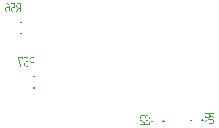
<source format=gbo>
G04*
G04 #@! TF.GenerationSoftware,Altium Limited,Altium Designer,21.8.1 (53)*
G04*
G04 Layer_Color=32896*
%FSLAX44Y44*%
%MOMM*%
G71*
G04*
G04 #@! TF.SameCoordinates,745E15D5-9FCC-4B19-B3C1-DDDE3A1CE5A2*
G04*
G04*
G04 #@! TF.FilePolarity,Positive*
G04*
G01*
G75*
%ADD15C,0.2000*%
G36*
X412753Y541002D02*
X412820Y540968D01*
X412876Y540924D01*
X412909Y540868D01*
X412931Y540813D01*
X412942Y540769D01*
Y540735D01*
Y540724D01*
Y533465D01*
X412931Y533376D01*
X412898Y533310D01*
X412876Y533265D01*
X412864Y533254D01*
X412776Y533221D01*
X412709Y533210D01*
X412676Y533199D01*
X412665D01*
X412587Y533210D01*
X412520Y533232D01*
X412476Y533243D01*
X412465Y533254D01*
X412421Y533321D01*
X412398Y533387D01*
X412387Y533443D01*
Y533465D01*
Y536551D01*
X411433D01*
X409546Y533332D01*
X409512Y533287D01*
X409479Y533243D01*
X409457Y533232D01*
X409446Y533221D01*
X409368Y533199D01*
X409324D01*
X409246Y533210D01*
X409179Y533232D01*
X409135Y533254D01*
X409124Y533265D01*
X409068Y533343D01*
X409035Y533398D01*
X409024Y533443D01*
Y533465D01*
X409035Y533520D01*
X409046Y533565D01*
X409057Y533598D01*
X409068Y533609D01*
X410778Y536551D01*
X410711D01*
X410578Y536562D01*
X410456Y536573D01*
X410234Y536628D01*
X410023Y536706D01*
X409856Y536795D01*
X409712Y536884D01*
X409612Y536961D01*
X409546Y537017D01*
X409523Y537039D01*
X409435Y537128D01*
X409357Y537228D01*
X409235Y537427D01*
X409146Y537627D01*
X409090Y537816D01*
X409046Y537971D01*
X409035Y538105D01*
X409024Y538149D01*
Y538182D01*
Y538204D01*
Y538216D01*
Y539337D01*
Y539459D01*
X409046Y539581D01*
X409102Y539814D01*
X409179Y540014D01*
X409268Y540180D01*
X409368Y540325D01*
X409446Y540424D01*
X409501Y540491D01*
X409512Y540513D01*
X409523D01*
X409623Y540602D01*
X409712Y540680D01*
X409923Y540802D01*
X410123Y540891D01*
X410300Y540946D01*
X410467Y540991D01*
X410600Y541002D01*
X410644Y541013D01*
X412665D01*
X412753Y541002D01*
D02*
G37*
G36*
X407725D02*
X407792Y540968D01*
X407847Y540924D01*
X407881Y540868D01*
X407903Y540813D01*
X407914Y540769D01*
Y540735D01*
Y540724D01*
Y537372D01*
X407903Y537283D01*
X407870Y537217D01*
X407825Y537161D01*
X407770Y537128D01*
X407725Y537106D01*
X407681Y537094D01*
X406238D01*
X406071Y537083D01*
X405916Y537039D01*
X405783Y536995D01*
X405672Y536928D01*
X405572Y536872D01*
X405505Y536817D01*
X405461Y536773D01*
X405450Y536762D01*
X405339Y536639D01*
X405261Y536506D01*
X405195Y536373D01*
X405161Y536251D01*
X405139Y536151D01*
X405117Y536062D01*
Y536007D01*
Y535985D01*
Y534864D01*
X405128Y534697D01*
X405172Y534542D01*
X405217Y534408D01*
X405283Y534297D01*
X405339Y534198D01*
X405394Y534131D01*
X405439Y534086D01*
X405450Y534075D01*
X405572Y533964D01*
X405705Y533887D01*
X405838Y533831D01*
X405960Y533798D01*
X406071Y533776D01*
X406160Y533754D01*
X407636D01*
X407725Y533731D01*
X407792Y533698D01*
X407836Y533665D01*
X407847Y533643D01*
X407881Y533565D01*
X407903Y533520D01*
X407914Y533487D01*
Y533476D01*
X407903Y533398D01*
X407881Y533332D01*
X407859Y533287D01*
X407847Y533276D01*
X407781Y533232D01*
X407714Y533210D01*
X407659Y533199D01*
X406238D01*
X406116Y533210D01*
X405994Y533221D01*
X405761Y533276D01*
X405561Y533354D01*
X405394Y533443D01*
X405250Y533531D01*
X405150Y533609D01*
X405084Y533665D01*
X405061Y533687D01*
X404972Y533776D01*
X404895Y533876D01*
X404773Y534075D01*
X404684Y534275D01*
X404628Y534464D01*
X404584Y534619D01*
X404573Y534753D01*
X404562Y534797D01*
Y534830D01*
Y534852D01*
Y534864D01*
Y535974D01*
Y536096D01*
X404584Y536218D01*
X404640Y536451D01*
X404717Y536651D01*
X404806Y536817D01*
X404906Y536961D01*
X404984Y537061D01*
X405039Y537128D01*
X405050Y537150D01*
X405061D01*
X405150Y537239D01*
X405250Y537317D01*
X405450Y537439D01*
X405650Y537527D01*
X405827Y537583D01*
X405994Y537627D01*
X406127Y537638D01*
X406171Y537649D01*
X407359D01*
Y540458D01*
X404850D01*
X404762Y540469D01*
X404695Y540502D01*
X404651Y540536D01*
X404640Y540547D01*
X404595Y540613D01*
X404573Y540680D01*
X404562Y540724D01*
Y540735D01*
X404573Y540802D01*
X404606Y540868D01*
X404651Y540913D01*
X404662Y540924D01*
X404728Y540979D01*
X404784Y541002D01*
X404828Y541013D01*
X407636D01*
X407725Y541002D01*
D02*
G37*
G36*
X401043Y540979D02*
X401254Y540891D01*
X401454Y540780D01*
X401643Y540669D01*
X401820Y540558D01*
X401987Y540436D01*
X402131Y540302D01*
X402264Y540180D01*
X402386Y540058D01*
X402497Y539947D01*
X402597Y539836D01*
X402675Y539736D01*
X402742Y539647D01*
X402797Y539581D01*
X402830Y539525D01*
X402853Y539492D01*
X402864Y539481D01*
X402963Y539292D01*
X403052Y539115D01*
X403141Y538926D01*
X403208Y538737D01*
X403307Y538382D01*
X403352Y538204D01*
X403374Y538049D01*
X403407Y537905D01*
X403419Y537772D01*
X403430Y537649D01*
X403441Y537550D01*
X403452Y537461D01*
Y537405D01*
Y537361D01*
Y537350D01*
Y534864D01*
X403441Y534730D01*
X403430Y534608D01*
X403374Y534386D01*
X403285Y534175D01*
X403197Y534009D01*
X403108Y533865D01*
X403019Y533765D01*
X402963Y533698D01*
X402941Y533687D01*
Y533676D01*
X402841Y533587D01*
X402742Y533520D01*
X402542Y533398D01*
X402342Y533321D01*
X402164Y533254D01*
X402009Y533221D01*
X401898Y533210D01*
X401853Y533199D01*
X401221D01*
X401088Y533210D01*
X400965Y533221D01*
X400743Y533276D01*
X400533Y533354D01*
X400366Y533443D01*
X400222Y533520D01*
X400122Y533598D01*
X400055Y533654D01*
X400033Y533676D01*
X399944Y533765D01*
X399867Y533865D01*
X399756Y534064D01*
X399667Y534264D01*
X399600Y534453D01*
X399567Y534619D01*
X399556Y534753D01*
X399545Y534797D01*
Y534830D01*
Y534852D01*
Y534864D01*
Y535985D01*
Y536118D01*
X399567Y536240D01*
X399622Y536462D01*
X399700Y536673D01*
X399789Y536839D01*
X399878Y536983D01*
X399955Y537083D01*
X400011Y537150D01*
X400022Y537172D01*
X400033D01*
X400122Y537261D01*
X400222Y537339D01*
X400422Y537450D01*
X400621Y537538D01*
X400810Y537605D01*
X400977Y537638D01*
X401054Y537649D01*
X401110D01*
X401165Y537661D01*
X402897D01*
X402886Y537794D01*
X402875Y537927D01*
X402853Y538060D01*
X402819Y538182D01*
X402797Y538282D01*
X402775Y538360D01*
X402764Y538404D01*
X402753Y538427D01*
X402697Y538582D01*
X402631Y538726D01*
X402575Y538848D01*
X402519Y538959D01*
X402464Y539059D01*
X402431Y539126D01*
X402408Y539170D01*
X402397Y539181D01*
X402275Y539359D01*
X402153Y539503D01*
X402042Y539636D01*
X401942Y539747D01*
X401853Y539836D01*
X401787Y539892D01*
X401743Y539936D01*
X401731Y539947D01*
X401576Y540069D01*
X401443Y540158D01*
X401387Y540191D01*
X401343Y540225D01*
X401321Y540236D01*
X401310Y540247D01*
X401077Y540369D01*
X400954Y540424D01*
X400843Y540458D01*
X400777Y540502D01*
X400743Y540547D01*
X400721Y540569D01*
X400710Y540580D01*
X400688Y540624D01*
X400666Y540669D01*
Y540702D01*
Y540713D01*
X400677Y540791D01*
X400699Y540857D01*
X400732Y540902D01*
X400743Y540913D01*
X400810Y540968D01*
X400866Y541002D01*
X400910Y541013D01*
X400932D01*
X401043Y540979D01*
D02*
G37*
G36*
X414439Y495028D02*
X414506Y494994D01*
X414561Y494950D01*
X414594Y494894D01*
X414617Y494839D01*
X414628Y494795D01*
Y494761D01*
Y494750D01*
Y493929D01*
X414617Y493840D01*
X414583Y493773D01*
X414561Y493729D01*
X414550Y493718D01*
X414461Y493685D01*
X414395Y493662D01*
X414361Y493651D01*
X414350D01*
X414273Y493662D01*
X414206Y493685D01*
X414162Y493707D01*
X414151Y493718D01*
X414106Y493784D01*
X414084Y493851D01*
X414073Y493907D01*
Y493929D01*
Y494484D01*
X411342D01*
X412952Y487557D01*
X412963Y487491D01*
X412952Y487402D01*
X412919Y487347D01*
X412885Y487302D01*
X412874Y487291D01*
X412796Y487258D01*
X412741Y487236D01*
X412696Y487225D01*
X412674D01*
X412508Y487280D01*
X412452Y487358D01*
X412419Y487402D01*
X412408Y487424D01*
Y487435D01*
X410721Y494695D01*
X410710Y494784D01*
X410721Y494861D01*
X410743Y494917D01*
X410776Y494950D01*
X410787Y494961D01*
X410854Y495005D01*
X410920Y495028D01*
X410976Y495039D01*
X414350D01*
X414439Y495028D01*
D02*
G37*
G36*
X423929D02*
X423996Y494994D01*
X424052Y494950D01*
X424085Y494894D01*
X424107Y494839D01*
X424118Y494795D01*
Y494761D01*
Y494750D01*
Y487491D01*
X424107Y487402D01*
X424074Y487336D01*
X424052Y487291D01*
X424040Y487280D01*
X423952Y487247D01*
X423885Y487236D01*
X423852Y487225D01*
X423841D01*
X423763Y487236D01*
X423696Y487258D01*
X423652Y487269D01*
X423641Y487280D01*
X423596Y487347D01*
X423574Y487413D01*
X423563Y487469D01*
Y487491D01*
Y490577D01*
X422609D01*
X420722Y487358D01*
X420688Y487313D01*
X420655Y487269D01*
X420633Y487258D01*
X420622Y487247D01*
X420544Y487225D01*
X420500D01*
X420422Y487236D01*
X420355Y487258D01*
X420311Y487280D01*
X420300Y487291D01*
X420244Y487369D01*
X420211Y487424D01*
X420200Y487469D01*
Y487491D01*
X420211Y487546D01*
X420222Y487591D01*
X420233Y487624D01*
X420244Y487635D01*
X421954Y490577D01*
X421887D01*
X421754Y490588D01*
X421632Y490599D01*
X421410Y490654D01*
X421199Y490732D01*
X421032Y490821D01*
X420888Y490910D01*
X420788Y490987D01*
X420722Y491043D01*
X420699Y491065D01*
X420611Y491154D01*
X420533Y491254D01*
X420411Y491454D01*
X420322Y491653D01*
X420266Y491842D01*
X420222Y491997D01*
X420211Y492131D01*
X420200Y492175D01*
Y492208D01*
Y492230D01*
Y492242D01*
Y493363D01*
Y493485D01*
X420222Y493607D01*
X420278Y493840D01*
X420355Y494040D01*
X420444Y494206D01*
X420544Y494351D01*
X420622Y494450D01*
X420677Y494517D01*
X420688Y494539D01*
X420699D01*
X420799Y494628D01*
X420888Y494706D01*
X421099Y494828D01*
X421299Y494917D01*
X421476Y494972D01*
X421643Y495017D01*
X421776Y495028D01*
X421820Y495039D01*
X423841D01*
X423929Y495028D01*
D02*
G37*
G36*
X418901D02*
X418968Y494994D01*
X419023Y494950D01*
X419057Y494894D01*
X419079Y494839D01*
X419090Y494795D01*
Y494761D01*
Y494750D01*
Y491398D01*
X419079Y491309D01*
X419046Y491243D01*
X419001Y491187D01*
X418946Y491154D01*
X418901Y491132D01*
X418857Y491120D01*
X417414D01*
X417247Y491109D01*
X417092Y491065D01*
X416959Y491021D01*
X416848Y490954D01*
X416748Y490899D01*
X416681Y490843D01*
X416637Y490799D01*
X416626Y490788D01*
X416515Y490665D01*
X416437Y490532D01*
X416371Y490399D01*
X416337Y490277D01*
X416315Y490177D01*
X416293Y490088D01*
Y490033D01*
Y490011D01*
Y488890D01*
X416304Y488723D01*
X416348Y488568D01*
X416393Y488434D01*
X416459Y488323D01*
X416515Y488223D01*
X416570Y488157D01*
X416615Y488112D01*
X416626Y488101D01*
X416748Y487990D01*
X416881Y487913D01*
X417014Y487857D01*
X417136Y487824D01*
X417247Y487802D01*
X417336Y487780D01*
X418812D01*
X418901Y487757D01*
X418968Y487724D01*
X419012Y487691D01*
X419023Y487668D01*
X419057Y487591D01*
X419079Y487546D01*
X419090Y487513D01*
Y487502D01*
X419079Y487424D01*
X419057Y487358D01*
X419035Y487313D01*
X419023Y487302D01*
X418957Y487258D01*
X418890Y487236D01*
X418835Y487225D01*
X417414D01*
X417292Y487236D01*
X417170Y487247D01*
X416937Y487302D01*
X416737Y487380D01*
X416570Y487469D01*
X416426Y487557D01*
X416326Y487635D01*
X416259Y487691D01*
X416237Y487713D01*
X416148Y487802D01*
X416071Y487902D01*
X415949Y488101D01*
X415860Y488301D01*
X415804Y488490D01*
X415760Y488645D01*
X415749Y488778D01*
X415738Y488823D01*
Y488856D01*
Y488878D01*
Y488890D01*
Y490000D01*
Y490121D01*
X415760Y490244D01*
X415816Y490477D01*
X415893Y490676D01*
X415982Y490843D01*
X416082Y490987D01*
X416160Y491087D01*
X416215Y491154D01*
X416226Y491176D01*
X416237D01*
X416326Y491265D01*
X416426Y491343D01*
X416626Y491465D01*
X416826Y491553D01*
X417003Y491609D01*
X417170Y491653D01*
X417303Y491664D01*
X417347Y491675D01*
X418535D01*
Y494484D01*
X416026D01*
X415938Y494495D01*
X415871Y494528D01*
X415827Y494562D01*
X415816Y494573D01*
X415771Y494639D01*
X415749Y494706D01*
X415738Y494750D01*
Y494761D01*
X415749Y494828D01*
X415782Y494894D01*
X415827Y494939D01*
X415838Y494950D01*
X415904Y495005D01*
X415960Y495028D01*
X416004Y495039D01*
X418812D01*
X418901Y495028D01*
D02*
G37*
G36*
X516937Y446177D02*
X517104Y446144D01*
X517248Y446099D01*
X517381Y446055D01*
X517492Y446011D01*
X517581Y445966D01*
X517626Y445933D01*
X517648Y445922D01*
X517792Y445822D01*
X517925Y445711D01*
X518025Y445611D01*
X518114Y445511D01*
X518181Y445422D01*
X518225Y445356D01*
X518247Y445311D01*
X518258Y445289D01*
X518358Y445400D01*
X518469Y445489D01*
X518558Y445578D01*
X518647Y445644D01*
X518725Y445689D01*
X518780Y445722D01*
X518824Y445744D01*
X518835Y445755D01*
X518958Y445811D01*
X519058Y445844D01*
X519102Y445855D01*
X519135Y445866D01*
X519146D01*
X519157D01*
X519268Y445911D01*
X519379D01*
X519557D01*
X520123D01*
X520256D01*
X520378Y445888D01*
X520600Y445833D01*
X520811Y445755D01*
X520978Y445666D01*
X521122Y445578D01*
X521222Y445500D01*
X521288Y445444D01*
X521311Y445433D01*
Y445422D01*
X521399Y445334D01*
X521477Y445234D01*
X521588Y445034D01*
X521677Y444834D01*
X521744Y444645D01*
X521777Y444479D01*
X521788Y444357D01*
X521799Y444301D01*
Y443114D01*
X521777Y443025D01*
X521744Y442958D01*
X521710Y442914D01*
X521688Y442903D01*
X521610Y442869D01*
X521566Y442847D01*
X521533Y442836D01*
X521522D01*
X521444Y442847D01*
X521377Y442869D01*
X521333Y442892D01*
X521322Y442903D01*
X521277Y442969D01*
X521255Y443036D01*
X521244Y443091D01*
Y444235D01*
X521233Y444401D01*
X521189Y444557D01*
X521144Y444690D01*
X521078Y444801D01*
X521022Y444901D01*
X520967Y444967D01*
X520922Y445012D01*
X520911Y445023D01*
X520789Y445134D01*
X520656Y445211D01*
X520523Y445278D01*
X520401Y445311D01*
X520290Y445334D01*
X520201Y445356D01*
X520145D01*
X520123D01*
X519557D01*
X519390Y445345D01*
X519235Y445300D01*
X519102Y445256D01*
X518991Y445189D01*
X518891Y445134D01*
X518824Y445078D01*
X518780Y445034D01*
X518769Y445023D01*
X518658Y444901D01*
X518580Y444767D01*
X518525Y444634D01*
X518491Y444512D01*
X518469Y444401D01*
X518447Y444312D01*
Y444235D01*
X518425Y444146D01*
X518391Y444079D01*
X518358Y444035D01*
X518336Y444024D01*
X518258Y443990D01*
X518214Y443968D01*
X518181Y443957D01*
X518170D01*
X518092Y443968D01*
X518025Y443990D01*
X517981Y444013D01*
X517970Y444024D01*
X517925Y444090D01*
X517903Y444157D01*
X517892Y444212D01*
Y444512D01*
X517881Y444679D01*
X517836Y444834D01*
X517792Y444978D01*
X517725Y445089D01*
X517670Y445189D01*
X517615Y445256D01*
X517570Y445300D01*
X517559Y445311D01*
X517437Y445422D01*
X517304Y445500D01*
X517170Y445555D01*
X517048Y445589D01*
X516937Y445622D01*
X516849Y445633D01*
X516793D01*
X516771D01*
X515650D01*
X515483Y445622D01*
X515328Y445578D01*
X515195Y445533D01*
X515084Y445467D01*
X514984Y445411D01*
X514917Y445356D01*
X514873Y445311D01*
X514862Y445300D01*
X514751Y445178D01*
X514673Y445045D01*
X514618Y444912D01*
X514584Y444790D01*
X514562Y444679D01*
X514540Y444590D01*
Y443114D01*
X514518Y443025D01*
X514484Y442958D01*
X514451Y442914D01*
X514429Y442903D01*
X514351Y442869D01*
X514307Y442847D01*
X514273Y442836D01*
X514262D01*
X514185Y442847D01*
X514118Y442869D01*
X514074Y442892D01*
X514063Y442903D01*
X514018Y442969D01*
X513996Y443036D01*
X513985Y443091D01*
Y444512D01*
X513996Y444634D01*
X514007Y444756D01*
X514063Y444989D01*
X514140Y445189D01*
X514229Y445356D01*
X514307Y445500D01*
X514384Y445600D01*
X514440Y445666D01*
X514462Y445689D01*
X514551Y445777D01*
X514651Y445855D01*
X514851Y445977D01*
X515051Y446066D01*
X515239Y446121D01*
X515406Y446166D01*
X515539Y446177D01*
X515583Y446188D01*
X515616D01*
X515639D01*
X515650D01*
X516771D01*
X516937Y446177D01*
D02*
G37*
G36*
X520367Y441704D02*
X520600Y441648D01*
X520800Y441571D01*
X520967Y441482D01*
X521111Y441382D01*
X521211Y441304D01*
X521277Y441249D01*
X521300Y441238D01*
Y441227D01*
X521388Y441127D01*
X521466Y441038D01*
X521588Y440827D01*
X521677Y440627D01*
X521732Y440449D01*
X521777Y440283D01*
X521788Y440150D01*
X521799Y440105D01*
Y438085D01*
X521788Y437996D01*
X521755Y437930D01*
X521710Y437874D01*
X521655Y437841D01*
X521599Y437819D01*
X521555Y437808D01*
X521522D01*
X521511D01*
X514251D01*
X514162Y437819D01*
X514096Y437852D01*
X514052Y437874D01*
X514040Y437886D01*
X514007Y437974D01*
X513996Y438041D01*
X513985Y438074D01*
Y438085D01*
X513996Y438163D01*
X514018Y438230D01*
X514029Y438274D01*
X514040Y438285D01*
X514107Y438330D01*
X514174Y438352D01*
X514229Y438363D01*
X514251D01*
X517337D01*
Y439317D01*
X514118Y441204D01*
X514074Y441238D01*
X514029Y441271D01*
X514018Y441293D01*
X514007Y441304D01*
X513985Y441382D01*
Y441426D01*
X513996Y441504D01*
X514018Y441571D01*
X514040Y441615D01*
X514052Y441626D01*
X514129Y441682D01*
X514185Y441715D01*
X514229Y441726D01*
X514251D01*
X514307Y441715D01*
X514351Y441704D01*
X514384Y441693D01*
X514396Y441682D01*
X517337Y439972D01*
Y440039D01*
X517348Y440172D01*
X517359Y440294D01*
X517415Y440516D01*
X517492Y440727D01*
X517581Y440894D01*
X517670Y441038D01*
X517748Y441138D01*
X517803Y441204D01*
X517825Y441227D01*
X517914Y441315D01*
X518014Y441393D01*
X518214Y441515D01*
X518414Y441604D01*
X518602Y441659D01*
X518758Y441704D01*
X518891Y441715D01*
X518935Y441726D01*
X518969D01*
X518991D01*
X519002D01*
X520123D01*
X520245D01*
X520367Y441704D01*
D02*
G37*
G36*
X576167Y447518D02*
X576234Y447484D01*
X576278Y447462D01*
X576290Y447451D01*
X576323Y447362D01*
X576334Y447295D01*
X576345Y447262D01*
Y447251D01*
X576334Y447173D01*
X576312Y447107D01*
X576301Y447062D01*
X576290Y447051D01*
X576223Y447007D01*
X576156Y446985D01*
X576101Y446974D01*
X576079D01*
X572993D01*
Y446019D01*
X576212Y444132D01*
X576256Y444099D01*
X576301Y444065D01*
X576312Y444043D01*
X576323Y444032D01*
X576345Y443954D01*
Y443910D01*
X576334Y443832D01*
X576312Y443766D01*
X576290Y443721D01*
X576278Y443710D01*
X576201Y443655D01*
X576145Y443621D01*
X576101Y443610D01*
X576079D01*
X576023Y443621D01*
X575979Y443633D01*
X575946Y443644D01*
X575934Y443655D01*
X572993Y445364D01*
Y445298D01*
X572982Y445164D01*
X572971Y445042D01*
X572915Y444820D01*
X572838Y444609D01*
X572749Y444443D01*
X572660Y444299D01*
X572582Y444199D01*
X572527Y444132D01*
X572505Y444110D01*
X572416Y444021D01*
X572316Y443943D01*
X572116Y443821D01*
X571916Y443732D01*
X571728Y443677D01*
X571572Y443633D01*
X571439Y443621D01*
X571395Y443610D01*
X571361D01*
X571339D01*
X571328D01*
X570207D01*
X570085D01*
X569963Y443633D01*
X569730Y443688D01*
X569530Y443766D01*
X569363Y443854D01*
X569219Y443954D01*
X569119Y444032D01*
X569053Y444088D01*
X569030Y444099D01*
Y444110D01*
X568942Y444210D01*
X568864Y444299D01*
X568742Y444509D01*
X568653Y444709D01*
X568597Y444887D01*
X568553Y445053D01*
X568542Y445187D01*
X568531Y445231D01*
Y447251D01*
X568542Y447340D01*
X568575Y447407D01*
X568620Y447462D01*
X568675Y447495D01*
X568731Y447518D01*
X568775Y447529D01*
X568808D01*
X568820D01*
X576079D01*
X576167Y447518D01*
D02*
G37*
G36*
X574813Y442489D02*
X574935Y442478D01*
X575157Y442423D01*
X575368Y442334D01*
X575535Y442245D01*
X575679Y442156D01*
X575779Y442067D01*
X575846Y442012D01*
X575857Y441990D01*
X575868D01*
X575957Y441890D01*
X576023Y441790D01*
X576145Y441590D01*
X576223Y441390D01*
X576290Y441213D01*
X576323Y441057D01*
X576334Y440946D01*
X576345Y440902D01*
Y440269D01*
X576334Y440136D01*
X576323Y440014D01*
X576267Y439792D01*
X576190Y439581D01*
X576101Y439415D01*
X576023Y439270D01*
X575946Y439170D01*
X575890Y439104D01*
X575868Y439082D01*
X575779Y438993D01*
X575679Y438915D01*
X575479Y438804D01*
X575280Y438715D01*
X575091Y438649D01*
X574924Y438615D01*
X574791Y438604D01*
X574747Y438593D01*
X574714D01*
X574691D01*
X574680D01*
X573559D01*
X573426D01*
X573304Y438615D01*
X573082Y438671D01*
X572871Y438749D01*
X572704Y438837D01*
X572560Y438926D01*
X572460Y439004D01*
X572394Y439059D01*
X572371Y439071D01*
Y439082D01*
X572283Y439170D01*
X572205Y439270D01*
X572094Y439470D01*
X572005Y439670D01*
X571939Y439859D01*
X571905Y440025D01*
X571894Y440103D01*
Y440158D01*
X571883Y440214D01*
Y441945D01*
X571750Y441934D01*
X571617Y441923D01*
X571483Y441901D01*
X571361Y441868D01*
X571261Y441846D01*
X571184Y441823D01*
X571139Y441812D01*
X571117Y441801D01*
X570962Y441746D01*
X570817Y441679D01*
X570695Y441623D01*
X570584Y441568D01*
X570484Y441512D01*
X570418Y441479D01*
X570373Y441457D01*
X570362Y441446D01*
X570185Y441324D01*
X570040Y441202D01*
X569907Y441091D01*
X569796Y440991D01*
X569707Y440902D01*
X569652Y440835D01*
X569608Y440791D01*
X569596Y440780D01*
X569474Y440625D01*
X569386Y440491D01*
X569352Y440436D01*
X569319Y440391D01*
X569308Y440369D01*
X569297Y440358D01*
X569175Y440125D01*
X569119Y440003D01*
X569086Y439892D01*
X569041Y439825D01*
X568997Y439792D01*
X568975Y439770D01*
X568964Y439759D01*
X568919Y439737D01*
X568875Y439714D01*
X568842D01*
X568831D01*
X568753Y439725D01*
X568686Y439748D01*
X568642Y439781D01*
X568631Y439792D01*
X568575Y439859D01*
X568542Y439914D01*
X568531Y439958D01*
Y439981D01*
X568564Y440092D01*
X568653Y440303D01*
X568764Y440502D01*
X568875Y440691D01*
X568986Y440869D01*
X569108Y441035D01*
X569241Y441180D01*
X569363Y441313D01*
X569485Y441435D01*
X569596Y441546D01*
X569707Y441646D01*
X569807Y441723D01*
X569896Y441790D01*
X569963Y441846D01*
X570018Y441879D01*
X570051Y441901D01*
X570063Y441912D01*
X570251Y442012D01*
X570429Y442101D01*
X570618Y442190D01*
X570806Y442256D01*
X571161Y442356D01*
X571339Y442401D01*
X571494Y442423D01*
X571639Y442456D01*
X571772Y442467D01*
X571894Y442478D01*
X571994Y442489D01*
X572083Y442500D01*
X572138D01*
X572183D01*
X572194D01*
X574680D01*
X574813Y442489D01*
D02*
G37*
%LPC*%
G36*
X412387Y540458D02*
X410711D01*
X410545Y540447D01*
X410389Y540402D01*
X410256Y540358D01*
X410134Y540291D01*
X410045Y540236D01*
X409967Y540180D01*
X409923Y540136D01*
X409912Y540125D01*
X409801Y539992D01*
X409723Y539858D01*
X409657Y539725D01*
X409623Y539603D01*
X409601Y539503D01*
X409579Y539414D01*
Y539359D01*
Y539337D01*
Y538216D01*
X409590Y538049D01*
X409634Y537894D01*
X409690Y537749D01*
X409745Y537638D01*
X409812Y537538D01*
X409868Y537472D01*
X409912Y537427D01*
X409923Y537416D01*
X410056Y537317D01*
X410189Y537239D01*
X410323Y537183D01*
X410445Y537150D01*
X410545Y537128D01*
X410633Y537106D01*
X412387D01*
Y540458D01*
D02*
G37*
G36*
X402897Y537106D02*
X401221D01*
X401054Y537094D01*
X400899Y537050D01*
X400755Y537006D01*
X400644Y536939D01*
X400544Y536884D01*
X400477Y536828D01*
X400433Y536784D01*
X400422Y536773D01*
X400311Y536651D01*
X400233Y536517D01*
X400177Y536384D01*
X400144Y536262D01*
X400111Y536151D01*
X400100Y536062D01*
Y536007D01*
Y535985D01*
Y534864D01*
X400111Y534697D01*
X400155Y534542D01*
X400200Y534408D01*
X400266Y534297D01*
X400322Y534198D01*
X400377Y534131D01*
X400422Y534086D01*
X400433Y534075D01*
X400555Y533964D01*
X400688Y533887D01*
X400821Y533831D01*
X400943Y533798D01*
X401054Y533776D01*
X401143Y533754D01*
X401787D01*
X401942Y533765D01*
X402098Y533809D01*
X402231Y533853D01*
X402342Y533920D01*
X402431Y533975D01*
X402508Y534031D01*
X402553Y534064D01*
X402564Y534075D01*
X402675Y534209D01*
X402753Y534342D01*
X402819Y534475D01*
X402853Y534597D01*
X402875Y534697D01*
X402886Y534786D01*
X402897Y534841D01*
Y534864D01*
Y537106D01*
D02*
G37*
G36*
X423563Y494484D02*
X421887D01*
X421721Y494473D01*
X421565Y494428D01*
X421432Y494384D01*
X421310Y494317D01*
X421221Y494262D01*
X421143Y494206D01*
X421099Y494162D01*
X421088Y494151D01*
X420977Y494018D01*
X420899Y493884D01*
X420833Y493751D01*
X420799Y493629D01*
X420777Y493529D01*
X420755Y493440D01*
Y493385D01*
Y493363D01*
Y492242D01*
X420766Y492075D01*
X420810Y491920D01*
X420866Y491775D01*
X420921Y491664D01*
X420988Y491564D01*
X421044Y491498D01*
X421088Y491454D01*
X421099Y491442D01*
X421232Y491343D01*
X421365Y491265D01*
X421499Y491209D01*
X421621Y491176D01*
X421721Y491154D01*
X421809Y491132D01*
X423563D01*
Y494484D01*
D02*
G37*
G36*
X520201Y441171D02*
X520145D01*
X520123D01*
X519002D01*
X518835Y441160D01*
X518680Y441115D01*
X518536Y441060D01*
X518425Y441004D01*
X518325Y440938D01*
X518258Y440882D01*
X518214Y440838D01*
X518203Y440827D01*
X518103Y440694D01*
X518025Y440560D01*
X517970Y440427D01*
X517936Y440305D01*
X517914Y440205D01*
X517892Y440117D01*
Y438363D01*
X521244D01*
Y440039D01*
X521233Y440205D01*
X521189Y440361D01*
X521144Y440494D01*
X521078Y440616D01*
X521022Y440705D01*
X520967Y440783D01*
X520922Y440827D01*
X520911Y440838D01*
X520778Y440949D01*
X520645Y441027D01*
X520512Y441093D01*
X520390Y441127D01*
X520290Y441149D01*
X520201Y441171D01*
D02*
G37*
G36*
X572438Y446974D02*
X569086D01*
Y445298D01*
X569097Y445131D01*
X569141Y444976D01*
X569186Y444842D01*
X569252Y444720D01*
X569308Y444632D01*
X569363Y444554D01*
X569408Y444509D01*
X569419Y444498D01*
X569552Y444387D01*
X569685Y444310D01*
X569818Y444243D01*
X569940Y444210D01*
X570040Y444188D01*
X570129Y444165D01*
X570185D01*
X570207D01*
X571328D01*
X571494Y444176D01*
X571650Y444221D01*
X571794Y444276D01*
X571905Y444332D01*
X572005Y444398D01*
X572072Y444454D01*
X572116Y444498D01*
X572127Y444509D01*
X572227Y444643D01*
X572305Y444776D01*
X572360Y444909D01*
X572394Y445031D01*
X572416Y445131D01*
X572438Y445220D01*
Y446974D01*
D02*
G37*
G36*
X574702Y441945D02*
X574680D01*
X572438D01*
Y440269D01*
X572449Y440103D01*
X572494Y439947D01*
X572538Y439803D01*
X572604Y439692D01*
X572660Y439592D01*
X572715Y439526D01*
X572760Y439481D01*
X572771Y439470D01*
X572893Y439359D01*
X573026Y439281D01*
X573159Y439226D01*
X573282Y439193D01*
X573393Y439159D01*
X573481Y439148D01*
X573537D01*
X573559D01*
X574680D01*
X574847Y439159D01*
X575002Y439204D01*
X575135Y439248D01*
X575246Y439315D01*
X575346Y439370D01*
X575413Y439426D01*
X575457Y439470D01*
X575468Y439481D01*
X575579Y439603D01*
X575657Y439737D01*
X575712Y439870D01*
X575746Y439992D01*
X575768Y440103D01*
X575790Y440192D01*
Y440835D01*
X575779Y440991D01*
X575735Y441146D01*
X575690Y441279D01*
X575624Y441390D01*
X575568Y441479D01*
X575513Y441557D01*
X575479Y441601D01*
X575468Y441612D01*
X575335Y441723D01*
X575202Y441801D01*
X575069Y441868D01*
X574947Y441901D01*
X574847Y441923D01*
X574758Y441934D01*
X574702Y441945D01*
D02*
G37*
%LPD*%
D15*
X412901Y525120D02*
Y525370D01*
Y515370D02*
Y515620D01*
X423864Y469331D02*
Y469581D01*
Y479081D02*
Y479331D01*
X523650Y441565D02*
X523900D01*
X533400D02*
X533650D01*
X566430Y441616D02*
X566680D01*
X556680D02*
X556930D01*
M02*

</source>
